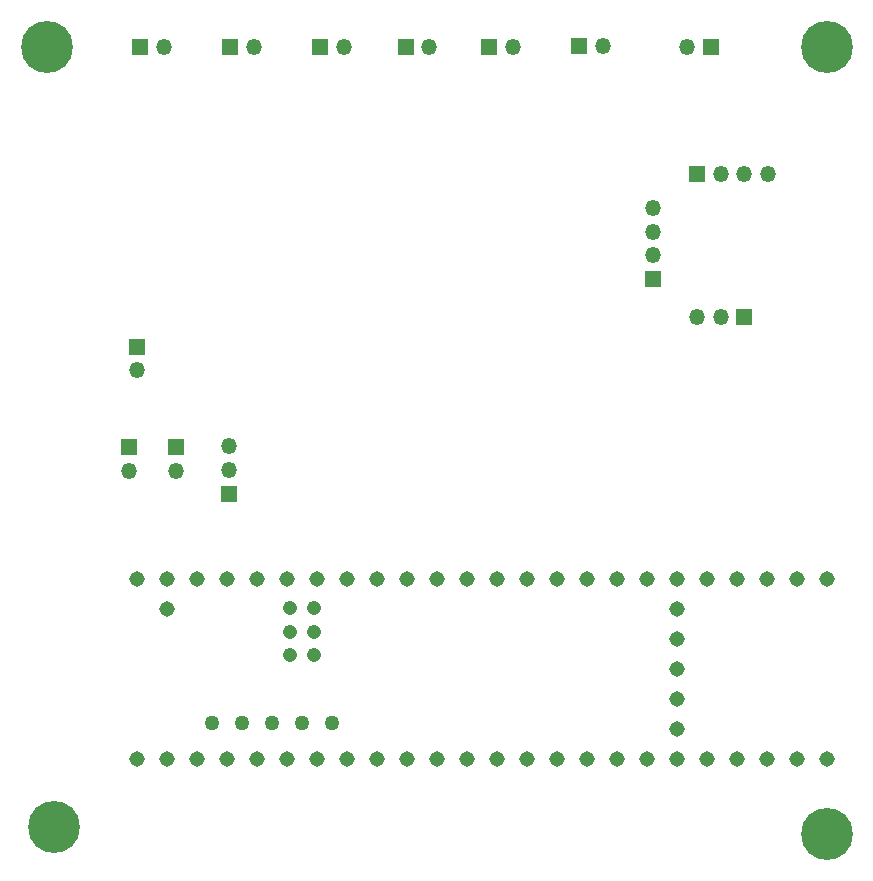
<source format=gbs>
%TF.GenerationSoftware,KiCad,Pcbnew,(6.0.7)*%
%TF.CreationDate,2023-02-02T12:11:16-07:00*%
%TF.ProjectId,Tellus,54656c6c-7573-42e6-9b69-6361645f7063,rev?*%
%TF.SameCoordinates,Original*%
%TF.FileFunction,Soldermask,Bot*%
%TF.FilePolarity,Negative*%
%FSLAX46Y46*%
G04 Gerber Fmt 4.6, Leading zero omitted, Abs format (unit mm)*
G04 Created by KiCad (PCBNEW (6.0.7)) date 2023-02-02 12:11:16*
%MOMM*%
%LPD*%
G01*
G04 APERTURE LIST*
%ADD10R,1.350000X1.350000*%
%ADD11O,1.350000X1.350000*%
%ADD12C,1.308000*%
%ADD13C,1.258000*%
%ADD14C,1.208000*%
%ADD15C,4.400000*%
G04 APERTURE END LIST*
D10*
%TO.C,J13*%
X179705000Y-101600000D03*
D11*
X177705000Y-101600000D03*
X175705000Y-101600000D03*
%TD*%
D12*
%TO.C,U5*%
X130810000Y-139065000D03*
X133350000Y-139065000D03*
X135890000Y-139065000D03*
X138430000Y-139065000D03*
X163830000Y-139065000D03*
X133350000Y-123825000D03*
X173990000Y-133985000D03*
X140970000Y-139065000D03*
X143510000Y-139065000D03*
D13*
X134620000Y-136015000D03*
D12*
X146050000Y-139065000D03*
X148590000Y-139065000D03*
X151130000Y-139065000D03*
X153670000Y-139065000D03*
X156210000Y-139065000D03*
X158750000Y-139065000D03*
X161290000Y-139065000D03*
X161290000Y-123825000D03*
X158750000Y-123825000D03*
X156210000Y-123825000D03*
X153670000Y-123825000D03*
X151130000Y-123825000D03*
X148590000Y-123825000D03*
X146050000Y-123825000D03*
X143510000Y-123825000D03*
X140970000Y-123825000D03*
X138430000Y-123825000D03*
X135890000Y-123825000D03*
X166370000Y-139065000D03*
X168910000Y-139065000D03*
X171450000Y-139065000D03*
X173990000Y-139065000D03*
X176530000Y-139065000D03*
X179070000Y-139065000D03*
X181610000Y-139065000D03*
X184150000Y-139065000D03*
X186690000Y-139065000D03*
X186690000Y-123825000D03*
X184150000Y-123825000D03*
X181610000Y-123825000D03*
X179070000Y-123825000D03*
X176530000Y-123825000D03*
X173990000Y-123825000D03*
X171450000Y-123825000D03*
X168910000Y-123825000D03*
X166370000Y-123825000D03*
D13*
X139700000Y-136015000D03*
X137160000Y-136015000D03*
D12*
X128270000Y-139065000D03*
X163830000Y-123825000D03*
X130810000Y-123825000D03*
X173990000Y-131445000D03*
D14*
X143240000Y-128275000D03*
X141240000Y-128275000D03*
D12*
X173990000Y-126365000D03*
X173990000Y-128905000D03*
D14*
X141240000Y-126275000D03*
X143240000Y-126275000D03*
X143240000Y-130275000D03*
X141240000Y-130275000D03*
D13*
X142240000Y-136015000D03*
X144780000Y-136015000D03*
D12*
X173990000Y-136525000D03*
X128270000Y-123825000D03*
X130810000Y-126365000D03*
%TD*%
D10*
%TO.C,J6*%
X176895000Y-78740000D03*
D11*
X174895000Y-78740000D03*
%TD*%
D10*
%TO.C,J14*%
X136062514Y-116598429D03*
D11*
X136062514Y-114598429D03*
X136062514Y-112598429D03*
%TD*%
D10*
%TO.C,J4*%
X143780000Y-78740000D03*
D11*
X145780000Y-78740000D03*
%TD*%
D10*
%TO.C,J9*%
X127635000Y-112665000D03*
D11*
X127635000Y-114665000D03*
%TD*%
D10*
%TO.C,J10*%
X128270000Y-104140000D03*
D11*
X128270000Y-106140000D03*
%TD*%
D10*
%TO.C,J7*%
X165735000Y-78687500D03*
D11*
X167735000Y-78687500D03*
%TD*%
D10*
%TO.C,J1*%
X128540000Y-78740000D03*
D11*
X130540000Y-78740000D03*
%TD*%
D15*
%TO.C,REF1*%
X120650000Y-78740000D03*
%TD*%
D10*
%TO.C,J12*%
X171990000Y-98425000D03*
D11*
X171990000Y-96425000D03*
X171990000Y-94425000D03*
X171990000Y-92425000D03*
%TD*%
D15*
%TO.C,REF3*%
X121285000Y-144780000D03*
%TD*%
D10*
%TO.C,J5*%
X158115000Y-78740000D03*
D11*
X160115000Y-78740000D03*
%TD*%
D10*
%TO.C,J11*%
X175705000Y-89535000D03*
D11*
X177705000Y-89535000D03*
X179705000Y-89535000D03*
X181705000Y-89535000D03*
%TD*%
D15*
%TO.C,REF2*%
X186690000Y-78740000D03*
%TD*%
D10*
%TO.C,J2*%
X136160000Y-78740000D03*
D11*
X138160000Y-78740000D03*
%TD*%
D10*
%TO.C,J8*%
X131603627Y-112665019D03*
D11*
X131603627Y-114665019D03*
%TD*%
D10*
%TO.C,J3*%
X151035000Y-78740000D03*
D11*
X153035000Y-78740000D03*
%TD*%
D15*
%TO.C,REF4*%
X186690000Y-145415000D03*
%TD*%
M02*

</source>
